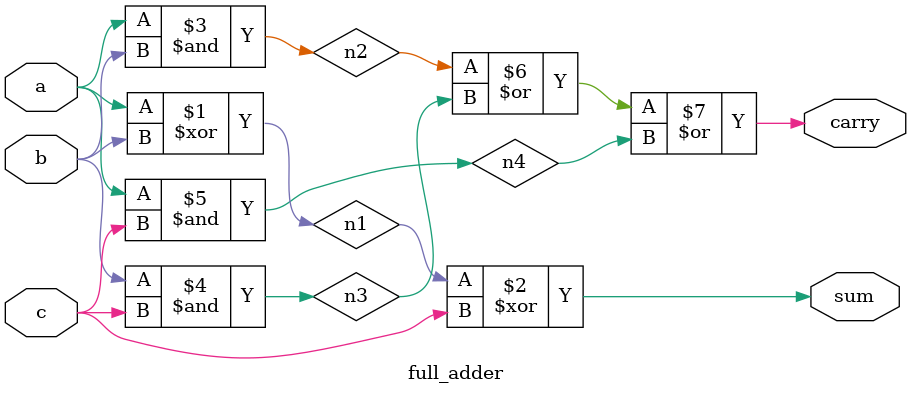
<source format=v>

module full_adder(input a,b,c, output sum,carry);
wire n1,n2,n3,n4;
xor (n1,a,b);
xor (sum,n1,c);

and (n2,a,b);
and (n3,b,c);
and (n4,a,c);
or (carry,n2,n3,n4);

endmodule

</source>
